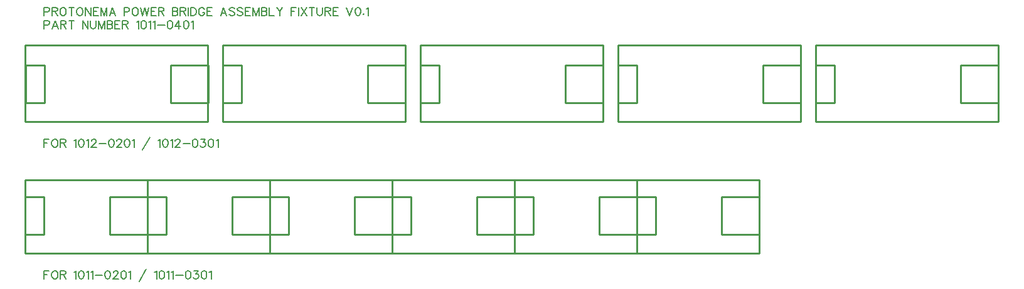
<source format=gto>
G04 Layer: TopSilkscreenLayer*
G04 EasyEDA v6.5.29, 2023-07-09 11:22:14*
G04 16bb6769e9674cb0b1f37b37bddf88b5,5a6b42c53f6a479593ecc07194224c93,10*
G04 Gerber Generator version 0.2*
G04 Scale: 100 percent, Rotated: No, Reflected: No *
G04 Dimensions in millimeters *
G04 leading zeros omitted , absolute positions ,4 integer and 5 decimal *
%FSLAX45Y45*%
%MOMM*%

%ADD10C,0.1524*%
%ADD11C,0.2540*%

%LPD*%
D10*
X762000Y4077708D02*
G01*
X762000Y3968488D01*
X762000Y4077708D02*
G01*
X808736Y4077708D01*
X824229Y4072374D01*
X829563Y4067294D01*
X834644Y4056880D01*
X834644Y4041386D01*
X829563Y4030972D01*
X824229Y4025638D01*
X808736Y4020558D01*
X762000Y4020558D01*
X868934Y4077708D02*
G01*
X868934Y3968488D01*
X868934Y4077708D02*
G01*
X915670Y4077708D01*
X931418Y4072374D01*
X936497Y4067294D01*
X941831Y4056880D01*
X941831Y4046466D01*
X936497Y4036052D01*
X931418Y4030972D01*
X915670Y4025638D01*
X868934Y4025638D01*
X905510Y4025638D02*
G01*
X941831Y3968488D01*
X1007110Y4077708D02*
G01*
X996950Y4072374D01*
X986536Y4062214D01*
X981202Y4051800D01*
X976121Y4036052D01*
X976121Y4010144D01*
X981202Y3994650D01*
X986536Y3984236D01*
X996950Y3973822D01*
X1007110Y3968488D01*
X1027937Y3968488D01*
X1038352Y3973822D01*
X1048765Y3984236D01*
X1054100Y3994650D01*
X1059179Y4010144D01*
X1059179Y4036052D01*
X1054100Y4051800D01*
X1048765Y4062214D01*
X1038352Y4072374D01*
X1027937Y4077708D01*
X1007110Y4077708D01*
X1129792Y4077708D02*
G01*
X1129792Y3968488D01*
X1093470Y4077708D02*
G01*
X1166113Y4077708D01*
X1231645Y4077708D02*
G01*
X1221231Y4072374D01*
X1210818Y4062214D01*
X1205737Y4051800D01*
X1200404Y4036052D01*
X1200404Y4010144D01*
X1205737Y3994650D01*
X1210818Y3984236D01*
X1221231Y3973822D01*
X1231645Y3968488D01*
X1252473Y3968488D01*
X1262887Y3973822D01*
X1273302Y3984236D01*
X1278381Y3994650D01*
X1283715Y4010144D01*
X1283715Y4036052D01*
X1278381Y4051800D01*
X1273302Y4062214D01*
X1262887Y4072374D01*
X1252473Y4077708D01*
X1231645Y4077708D01*
X1318005Y4077708D02*
G01*
X1318005Y3968488D01*
X1318005Y4077708D02*
G01*
X1390650Y3968488D01*
X1390650Y4077708D02*
G01*
X1390650Y3968488D01*
X1424939Y4077708D02*
G01*
X1424939Y3968488D01*
X1424939Y4077708D02*
G01*
X1492504Y4077708D01*
X1424939Y4025638D02*
G01*
X1466595Y4025638D01*
X1424939Y3968488D02*
G01*
X1492504Y3968488D01*
X1526794Y4077708D02*
G01*
X1526794Y3968488D01*
X1526794Y4077708D02*
G01*
X1568450Y3968488D01*
X1609852Y4077708D02*
G01*
X1568450Y3968488D01*
X1609852Y4077708D02*
G01*
X1609852Y3968488D01*
X1685797Y4077708D02*
G01*
X1644142Y3968488D01*
X1685797Y4077708D02*
G01*
X1727200Y3968488D01*
X1659889Y4005064D02*
G01*
X1711705Y4005064D01*
X1841500Y4077708D02*
G01*
X1841500Y3968488D01*
X1841500Y4077708D02*
G01*
X1888489Y4077708D01*
X1903984Y4072374D01*
X1909063Y4067294D01*
X1914397Y4056880D01*
X1914397Y4041386D01*
X1909063Y4030972D01*
X1903984Y4025638D01*
X1888489Y4020558D01*
X1841500Y4020558D01*
X1979929Y4077708D02*
G01*
X1969515Y4072374D01*
X1959102Y4062214D01*
X1953768Y4051800D01*
X1948688Y4036052D01*
X1948688Y4010144D01*
X1953768Y3994650D01*
X1959102Y3984236D01*
X1969515Y3973822D01*
X1979929Y3968488D01*
X2000504Y3968488D01*
X2010918Y3973822D01*
X2021331Y3984236D01*
X2026665Y3994650D01*
X2031745Y4010144D01*
X2031745Y4036052D01*
X2026665Y4051800D01*
X2021331Y4062214D01*
X2010918Y4072374D01*
X2000504Y4077708D01*
X1979929Y4077708D01*
X2066036Y4077708D02*
G01*
X2091943Y3968488D01*
X2118106Y4077708D02*
G01*
X2091943Y3968488D01*
X2118106Y4077708D02*
G01*
X2144013Y3968488D01*
X2169922Y4077708D02*
G01*
X2144013Y3968488D01*
X2204211Y4077708D02*
G01*
X2204211Y3968488D01*
X2204211Y4077708D02*
G01*
X2271775Y4077708D01*
X2204211Y4025638D02*
G01*
X2245868Y4025638D01*
X2204211Y3968488D02*
G01*
X2271775Y3968488D01*
X2306065Y4077708D02*
G01*
X2306065Y3968488D01*
X2306065Y4077708D02*
G01*
X2352802Y4077708D01*
X2368550Y4072374D01*
X2373629Y4067294D01*
X2378709Y4056880D01*
X2378709Y4046466D01*
X2373629Y4036052D01*
X2368550Y4030972D01*
X2352802Y4025638D01*
X2306065Y4025638D01*
X2342388Y4025638D02*
G01*
X2378709Y3968488D01*
X2493009Y4077708D02*
G01*
X2493009Y3968488D01*
X2493009Y4077708D02*
G01*
X2540000Y4077708D01*
X2555493Y4072374D01*
X2560574Y4067294D01*
X2565908Y4056880D01*
X2565908Y4046466D01*
X2560574Y4036052D01*
X2555493Y4030972D01*
X2540000Y4025638D01*
X2493009Y4025638D02*
G01*
X2540000Y4025638D01*
X2555493Y4020558D01*
X2560574Y4015224D01*
X2565908Y4005064D01*
X2565908Y3989316D01*
X2560574Y3978902D01*
X2555493Y3973822D01*
X2540000Y3968488D01*
X2493009Y3968488D01*
X2600197Y4077708D02*
G01*
X2600197Y3968488D01*
X2600197Y4077708D02*
G01*
X2646934Y4077708D01*
X2662427Y4072374D01*
X2667761Y4067294D01*
X2672841Y4056880D01*
X2672841Y4046466D01*
X2667761Y4036052D01*
X2662427Y4030972D01*
X2646934Y4025638D01*
X2600197Y4025638D01*
X2636520Y4025638D02*
G01*
X2672841Y3968488D01*
X2707131Y4077708D02*
G01*
X2707131Y3968488D01*
X2741422Y4077708D02*
G01*
X2741422Y3968488D01*
X2741422Y4077708D02*
G01*
X2777743Y4077708D01*
X2793491Y4072374D01*
X2803906Y4062214D01*
X2808986Y4051800D01*
X2814320Y4036052D01*
X2814320Y4010144D01*
X2808986Y3994650D01*
X2803906Y3984236D01*
X2793491Y3973822D01*
X2777743Y3968488D01*
X2741422Y3968488D01*
X2926334Y4051800D02*
G01*
X2921254Y4062214D01*
X2910840Y4072374D01*
X2900425Y4077708D01*
X2879597Y4077708D01*
X2869184Y4072374D01*
X2858770Y4062214D01*
X2853690Y4051800D01*
X2848609Y4036052D01*
X2848609Y4010144D01*
X2853690Y3994650D01*
X2858770Y3984236D01*
X2869184Y3973822D01*
X2879597Y3968488D01*
X2900425Y3968488D01*
X2910840Y3973822D01*
X2921254Y3984236D01*
X2926334Y3994650D01*
X2926334Y4010144D01*
X2900425Y4010144D02*
G01*
X2926334Y4010144D01*
X2960624Y4077708D02*
G01*
X2960624Y3968488D01*
X2960624Y4077708D02*
G01*
X3028188Y4077708D01*
X2960624Y4025638D02*
G01*
X3002279Y4025638D01*
X2960624Y3968488D02*
G01*
X3028188Y3968488D01*
X3184143Y4077708D02*
G01*
X3142488Y3968488D01*
X3184143Y4077708D02*
G01*
X3225800Y3968488D01*
X3158236Y4005064D02*
G01*
X3210052Y4005064D01*
X3332734Y4062214D02*
G01*
X3322320Y4072374D01*
X3306825Y4077708D01*
X3285997Y4077708D01*
X3270250Y4072374D01*
X3260090Y4062214D01*
X3260090Y4051800D01*
X3265170Y4041386D01*
X3270250Y4036052D01*
X3280663Y4030972D01*
X3311906Y4020558D01*
X3322320Y4015224D01*
X3327400Y4010144D01*
X3332734Y3999730D01*
X3332734Y3984236D01*
X3322320Y3973822D01*
X3306825Y3968488D01*
X3285997Y3968488D01*
X3270250Y3973822D01*
X3260090Y3984236D01*
X3439668Y4062214D02*
G01*
X3429254Y4072374D01*
X3413759Y4077708D01*
X3392931Y4077708D01*
X3377438Y4072374D01*
X3367024Y4062214D01*
X3367024Y4051800D01*
X3372104Y4041386D01*
X3377438Y4036052D01*
X3387852Y4030972D01*
X3418840Y4020558D01*
X3429254Y4015224D01*
X3434588Y4010144D01*
X3439668Y3999730D01*
X3439668Y3984236D01*
X3429254Y3973822D01*
X3413759Y3968488D01*
X3392931Y3968488D01*
X3377438Y3973822D01*
X3367024Y3984236D01*
X3473958Y4077708D02*
G01*
X3473958Y3968488D01*
X3473958Y4077708D02*
G01*
X3541522Y4077708D01*
X3473958Y4025638D02*
G01*
X3515613Y4025638D01*
X3473958Y3968488D02*
G01*
X3541522Y3968488D01*
X3575811Y4077708D02*
G01*
X3575811Y3968488D01*
X3575811Y4077708D02*
G01*
X3617468Y3968488D01*
X3658870Y4077708D02*
G01*
X3617468Y3968488D01*
X3658870Y4077708D02*
G01*
X3658870Y3968488D01*
X3693159Y4077708D02*
G01*
X3693159Y3968488D01*
X3693159Y4077708D02*
G01*
X3740150Y4077708D01*
X3755643Y4072374D01*
X3760724Y4067294D01*
X3766058Y4056880D01*
X3766058Y4046466D01*
X3760724Y4036052D01*
X3755643Y4030972D01*
X3740150Y4025638D01*
X3693159Y4025638D02*
G01*
X3740150Y4025638D01*
X3755643Y4020558D01*
X3760724Y4015224D01*
X3766058Y4005064D01*
X3766058Y3989316D01*
X3760724Y3978902D01*
X3755643Y3973822D01*
X3740150Y3968488D01*
X3693159Y3968488D01*
X3800347Y4077708D02*
G01*
X3800347Y3968488D01*
X3800347Y3968488D02*
G01*
X3862577Y3968488D01*
X3896868Y4077708D02*
G01*
X3938524Y4025638D01*
X3938524Y3968488D01*
X3980179Y4077708D02*
G01*
X3938524Y4025638D01*
X4094479Y4077708D02*
G01*
X4094479Y3968488D01*
X4094479Y4077708D02*
G01*
X4161790Y4077708D01*
X4094479Y4025638D02*
G01*
X4135881Y4025638D01*
X4196079Y4077708D02*
G01*
X4196079Y3968488D01*
X4230370Y4077708D02*
G01*
X4303268Y3968488D01*
X4303268Y4077708D02*
G01*
X4230370Y3968488D01*
X4373879Y4077708D02*
G01*
X4373879Y3968488D01*
X4337558Y4077708D02*
G01*
X4410202Y4077708D01*
X4444491Y4077708D02*
G01*
X4444491Y3999730D01*
X4449825Y3984236D01*
X4460240Y3973822D01*
X4475734Y3968488D01*
X4486147Y3968488D01*
X4501641Y3973822D01*
X4512056Y3984236D01*
X4517390Y3999730D01*
X4517390Y4077708D01*
X4551679Y4077708D02*
G01*
X4551679Y3968488D01*
X4551679Y4077708D02*
G01*
X4598415Y4077708D01*
X4613909Y4072374D01*
X4618990Y4067294D01*
X4624324Y4056880D01*
X4624324Y4046466D01*
X4618990Y4036052D01*
X4613909Y4030972D01*
X4598415Y4025638D01*
X4551679Y4025638D01*
X4588002Y4025638D02*
G01*
X4624324Y3968488D01*
X4658613Y4077708D02*
G01*
X4658613Y3968488D01*
X4658613Y4077708D02*
G01*
X4726177Y4077708D01*
X4658613Y4025638D02*
G01*
X4700270Y4025638D01*
X4658613Y3968488D02*
G01*
X4726177Y3968488D01*
X4840477Y4077708D02*
G01*
X4881879Y3968488D01*
X4923536Y4077708D02*
G01*
X4881879Y3968488D01*
X4989068Y4077708D02*
G01*
X4973320Y4072374D01*
X4963159Y4056880D01*
X4957825Y4030972D01*
X4957825Y4015224D01*
X4963159Y3989316D01*
X4973320Y3973822D01*
X4989068Y3968488D01*
X4999481Y3968488D01*
X5014975Y3973822D01*
X5025390Y3989316D01*
X5030470Y4015224D01*
X5030470Y4030972D01*
X5025390Y4056880D01*
X5014975Y4072374D01*
X4999481Y4077708D01*
X4989068Y4077708D01*
X5070093Y3994650D02*
G01*
X5064759Y3989316D01*
X5070093Y3984236D01*
X5075174Y3989316D01*
X5070093Y3994650D01*
X5109463Y4056880D02*
G01*
X5119877Y4062214D01*
X5135625Y4077708D01*
X5135625Y3968488D01*
X762000Y3899908D02*
G01*
X762000Y3790688D01*
X762000Y3899908D02*
G01*
X808736Y3899908D01*
X824229Y3894574D01*
X829563Y3889494D01*
X834644Y3879080D01*
X834644Y3863586D01*
X829563Y3853172D01*
X824229Y3847838D01*
X808736Y3842758D01*
X762000Y3842758D01*
X910589Y3899908D02*
G01*
X868934Y3790688D01*
X910589Y3899908D02*
G01*
X952245Y3790688D01*
X884681Y3827264D02*
G01*
X936497Y3827264D01*
X986536Y3899908D02*
G01*
X986536Y3790688D01*
X986536Y3899908D02*
G01*
X1033271Y3899908D01*
X1048765Y3894574D01*
X1054100Y3889494D01*
X1059179Y3879080D01*
X1059179Y3868666D01*
X1054100Y3858252D01*
X1048765Y3853172D01*
X1033271Y3847838D01*
X986536Y3847838D01*
X1022857Y3847838D02*
G01*
X1059179Y3790688D01*
X1129792Y3899908D02*
G01*
X1129792Y3790688D01*
X1093470Y3899908D02*
G01*
X1166113Y3899908D01*
X1280413Y3899908D02*
G01*
X1280413Y3790688D01*
X1280413Y3899908D02*
G01*
X1353312Y3790688D01*
X1353312Y3899908D02*
G01*
X1353312Y3790688D01*
X1387602Y3899908D02*
G01*
X1387602Y3821930D01*
X1392681Y3806436D01*
X1403095Y3796022D01*
X1418589Y3790688D01*
X1429004Y3790688D01*
X1444752Y3796022D01*
X1455165Y3806436D01*
X1460245Y3821930D01*
X1460245Y3899908D01*
X1494536Y3899908D02*
G01*
X1494536Y3790688D01*
X1494536Y3899908D02*
G01*
X1536192Y3790688D01*
X1577594Y3899908D02*
G01*
X1536192Y3790688D01*
X1577594Y3899908D02*
G01*
X1577594Y3790688D01*
X1611884Y3899908D02*
G01*
X1611884Y3790688D01*
X1611884Y3899908D02*
G01*
X1658620Y3899908D01*
X1674368Y3894574D01*
X1679447Y3889494D01*
X1684781Y3879080D01*
X1684781Y3868666D01*
X1679447Y3858252D01*
X1674368Y3853172D01*
X1658620Y3847838D01*
X1611884Y3847838D02*
G01*
X1658620Y3847838D01*
X1674368Y3842758D01*
X1679447Y3837424D01*
X1684781Y3827264D01*
X1684781Y3811516D01*
X1679447Y3801102D01*
X1674368Y3796022D01*
X1658620Y3790688D01*
X1611884Y3790688D01*
X1719071Y3899908D02*
G01*
X1719071Y3790688D01*
X1719071Y3899908D02*
G01*
X1786636Y3899908D01*
X1719071Y3847838D02*
G01*
X1760473Y3847838D01*
X1719071Y3790688D02*
G01*
X1786636Y3790688D01*
X1820926Y3899908D02*
G01*
X1820926Y3790688D01*
X1820926Y3899908D02*
G01*
X1867662Y3899908D01*
X1883155Y3894574D01*
X1888489Y3889494D01*
X1893570Y3879080D01*
X1893570Y3868666D01*
X1888489Y3858252D01*
X1883155Y3853172D01*
X1867662Y3847838D01*
X1820926Y3847838D01*
X1857247Y3847838D02*
G01*
X1893570Y3790688D01*
X2007870Y3879080D02*
G01*
X2018284Y3884414D01*
X2033777Y3899908D01*
X2033777Y3790688D01*
X2099309Y3899908D02*
G01*
X2083815Y3894574D01*
X2073402Y3879080D01*
X2068068Y3853172D01*
X2068068Y3837424D01*
X2073402Y3811516D01*
X2083815Y3796022D01*
X2099309Y3790688D01*
X2109724Y3790688D01*
X2125218Y3796022D01*
X2135631Y3811516D01*
X2140965Y3837424D01*
X2140965Y3853172D01*
X2135631Y3879080D01*
X2125218Y3894574D01*
X2109724Y3899908D01*
X2099309Y3899908D01*
X2175256Y3879080D02*
G01*
X2185670Y3884414D01*
X2201163Y3899908D01*
X2201163Y3790688D01*
X2235454Y3879080D02*
G01*
X2245868Y3884414D01*
X2261361Y3899908D01*
X2261361Y3790688D01*
X2295652Y3837424D02*
G01*
X2389124Y3837424D01*
X2454656Y3899908D02*
G01*
X2439161Y3894574D01*
X2428747Y3879080D01*
X2423413Y3853172D01*
X2423413Y3837424D01*
X2428747Y3811516D01*
X2439161Y3796022D01*
X2454656Y3790688D01*
X2465070Y3790688D01*
X2480563Y3796022D01*
X2490977Y3811516D01*
X2496311Y3837424D01*
X2496311Y3853172D01*
X2490977Y3879080D01*
X2480563Y3894574D01*
X2465070Y3899908D01*
X2454656Y3899908D01*
X2582418Y3899908D02*
G01*
X2530602Y3827264D01*
X2608579Y3827264D01*
X2582418Y3899908D02*
G01*
X2582418Y3790688D01*
X2673858Y3899908D02*
G01*
X2658363Y3894574D01*
X2647950Y3879080D01*
X2642870Y3853172D01*
X2642870Y3837424D01*
X2647950Y3811516D01*
X2658363Y3796022D01*
X2673858Y3790688D01*
X2684272Y3790688D01*
X2700020Y3796022D01*
X2710179Y3811516D01*
X2715513Y3837424D01*
X2715513Y3853172D01*
X2710179Y3879080D01*
X2700020Y3894574D01*
X2684272Y3899908D01*
X2673858Y3899908D01*
X2749804Y3879080D02*
G01*
X2760218Y3884414D01*
X2775711Y3899908D01*
X2775711Y3790688D01*
X762000Y2299708D02*
G01*
X762000Y2190488D01*
X762000Y2299708D02*
G01*
X829563Y2299708D01*
X762000Y2247638D02*
G01*
X803655Y2247638D01*
X895095Y2299708D02*
G01*
X884681Y2294628D01*
X874268Y2284214D01*
X868934Y2273800D01*
X863854Y2258052D01*
X863854Y2232144D01*
X868934Y2216650D01*
X874268Y2206236D01*
X884681Y2195822D01*
X895095Y2190488D01*
X915670Y2190488D01*
X926084Y2195822D01*
X936497Y2206236D01*
X941831Y2216650D01*
X946912Y2232144D01*
X946912Y2258052D01*
X941831Y2273800D01*
X936497Y2284214D01*
X926084Y2294628D01*
X915670Y2299708D01*
X895095Y2299708D01*
X981202Y2299708D02*
G01*
X981202Y2190488D01*
X981202Y2299708D02*
G01*
X1027937Y2299708D01*
X1043686Y2294628D01*
X1048765Y2289294D01*
X1054100Y2278880D01*
X1054100Y2268466D01*
X1048765Y2258052D01*
X1043686Y2252972D01*
X1027937Y2247638D01*
X981202Y2247638D01*
X1017523Y2247638D02*
G01*
X1054100Y2190488D01*
X1168400Y2278880D02*
G01*
X1178560Y2284214D01*
X1194307Y2299708D01*
X1194307Y2190488D01*
X1259839Y2299708D02*
G01*
X1244092Y2294628D01*
X1233678Y2278880D01*
X1228597Y2252972D01*
X1228597Y2237478D01*
X1233678Y2211316D01*
X1244092Y2195822D01*
X1259839Y2190488D01*
X1270000Y2190488D01*
X1285747Y2195822D01*
X1296162Y2211316D01*
X1301242Y2237478D01*
X1301242Y2252972D01*
X1296162Y2278880D01*
X1285747Y2294628D01*
X1270000Y2299708D01*
X1259839Y2299708D01*
X1335531Y2278880D02*
G01*
X1345945Y2284214D01*
X1361439Y2299708D01*
X1361439Y2190488D01*
X1401063Y2273800D02*
G01*
X1401063Y2278880D01*
X1406144Y2289294D01*
X1411478Y2294628D01*
X1421892Y2299708D01*
X1442720Y2299708D01*
X1452879Y2294628D01*
X1458213Y2289294D01*
X1463294Y2278880D01*
X1463294Y2268466D01*
X1458213Y2258052D01*
X1447800Y2242558D01*
X1395729Y2190488D01*
X1468628Y2190488D01*
X1502918Y2237478D02*
G01*
X1596389Y2237478D01*
X1661921Y2299708D02*
G01*
X1646173Y2294628D01*
X1635760Y2278880D01*
X1630679Y2252972D01*
X1630679Y2237478D01*
X1635760Y2211316D01*
X1646173Y2195822D01*
X1661921Y2190488D01*
X1672336Y2190488D01*
X1687829Y2195822D01*
X1698244Y2211316D01*
X1703323Y2237478D01*
X1703323Y2252972D01*
X1698244Y2278880D01*
X1687829Y2294628D01*
X1672336Y2299708D01*
X1661921Y2299708D01*
X1742947Y2273800D02*
G01*
X1742947Y2278880D01*
X1748028Y2289294D01*
X1753362Y2294628D01*
X1763776Y2299708D01*
X1784350Y2299708D01*
X1794763Y2294628D01*
X1800097Y2289294D01*
X1805178Y2278880D01*
X1805178Y2268466D01*
X1800097Y2258052D01*
X1789684Y2242558D01*
X1737613Y2190488D01*
X1810512Y2190488D01*
X1875789Y2299708D02*
G01*
X1860295Y2294628D01*
X1849881Y2278880D01*
X1844802Y2252972D01*
X1844802Y2237478D01*
X1849881Y2211316D01*
X1860295Y2195822D01*
X1875789Y2190488D01*
X1886204Y2190488D01*
X1901952Y2195822D01*
X1912365Y2211316D01*
X1917445Y2237478D01*
X1917445Y2252972D01*
X1912365Y2278880D01*
X1901952Y2294628D01*
X1886204Y2299708D01*
X1875789Y2299708D01*
X1951736Y2278880D02*
G01*
X1962150Y2284214D01*
X1977643Y2299708D01*
X1977643Y2190488D01*
X2185670Y2320536D02*
G01*
X2091943Y2154166D01*
X2299970Y2278880D02*
G01*
X2310129Y2284214D01*
X2325877Y2299708D01*
X2325877Y2190488D01*
X2391409Y2299708D02*
G01*
X2375661Y2294628D01*
X2365247Y2278880D01*
X2360168Y2252972D01*
X2360168Y2237478D01*
X2365247Y2211316D01*
X2375661Y2195822D01*
X2391409Y2190488D01*
X2401570Y2190488D01*
X2417318Y2195822D01*
X2427731Y2211316D01*
X2432811Y2237478D01*
X2432811Y2252972D01*
X2427731Y2278880D01*
X2417318Y2294628D01*
X2401570Y2299708D01*
X2391409Y2299708D01*
X2467102Y2278880D02*
G01*
X2477515Y2284214D01*
X2493009Y2299708D01*
X2493009Y2190488D01*
X2532634Y2273800D02*
G01*
X2532634Y2278880D01*
X2537713Y2289294D01*
X2543047Y2294628D01*
X2553461Y2299708D01*
X2574290Y2299708D01*
X2584450Y2294628D01*
X2589784Y2289294D01*
X2594863Y2278880D01*
X2594863Y2268466D01*
X2589784Y2258052D01*
X2579370Y2242558D01*
X2527300Y2190488D01*
X2600197Y2190488D01*
X2634488Y2237478D02*
G01*
X2727959Y2237478D01*
X2793491Y2299708D02*
G01*
X2777743Y2294628D01*
X2767329Y2278880D01*
X2762250Y2252972D01*
X2762250Y2237478D01*
X2767329Y2211316D01*
X2777743Y2195822D01*
X2793491Y2190488D01*
X2803906Y2190488D01*
X2819400Y2195822D01*
X2829813Y2211316D01*
X2834893Y2237478D01*
X2834893Y2252972D01*
X2829813Y2278880D01*
X2819400Y2294628D01*
X2803906Y2299708D01*
X2793491Y2299708D01*
X2879597Y2299708D02*
G01*
X2936747Y2299708D01*
X2905759Y2258052D01*
X2921254Y2258052D01*
X2931668Y2252972D01*
X2936747Y2247638D01*
X2942081Y2232144D01*
X2942081Y2221730D01*
X2936747Y2206236D01*
X2926334Y2195822D01*
X2910840Y2190488D01*
X2895345Y2190488D01*
X2879597Y2195822D01*
X2874518Y2200902D01*
X2869184Y2211316D01*
X3007359Y2299708D02*
G01*
X2991865Y2294628D01*
X2981452Y2278880D01*
X2976372Y2252972D01*
X2976372Y2237478D01*
X2981452Y2211316D01*
X2991865Y2195822D01*
X3007359Y2190488D01*
X3017774Y2190488D01*
X3033522Y2195822D01*
X3043936Y2211316D01*
X3049015Y2237478D01*
X3049015Y2252972D01*
X3043936Y2278880D01*
X3033522Y2294628D01*
X3017774Y2299708D01*
X3007359Y2299708D01*
X3083306Y2278880D02*
G01*
X3093720Y2284214D01*
X3109213Y2299708D01*
X3109213Y2190488D01*
X762000Y521708D02*
G01*
X762000Y412742D01*
X762000Y521708D02*
G01*
X829563Y521708D01*
X762000Y469892D02*
G01*
X803655Y469892D01*
X895095Y521708D02*
G01*
X884681Y516628D01*
X874268Y506214D01*
X868934Y495800D01*
X863854Y480052D01*
X863854Y454144D01*
X868934Y438650D01*
X874268Y428236D01*
X884681Y417822D01*
X895095Y412742D01*
X915670Y412742D01*
X926084Y417822D01*
X936497Y428236D01*
X941831Y438650D01*
X946912Y454144D01*
X946912Y480052D01*
X941831Y495800D01*
X936497Y506214D01*
X926084Y516628D01*
X915670Y521708D01*
X895095Y521708D01*
X981202Y521708D02*
G01*
X981202Y412742D01*
X981202Y521708D02*
G01*
X1027937Y521708D01*
X1043686Y516628D01*
X1048765Y511294D01*
X1054100Y500880D01*
X1054100Y490466D01*
X1048765Y480052D01*
X1043686Y474972D01*
X1027937Y469892D01*
X981202Y469892D01*
X1017523Y469892D02*
G01*
X1054100Y412742D01*
X1168400Y500880D02*
G01*
X1178560Y506214D01*
X1194307Y521708D01*
X1194307Y412742D01*
X1259839Y521708D02*
G01*
X1244092Y516628D01*
X1233678Y500880D01*
X1228597Y474972D01*
X1228597Y459478D01*
X1233678Y433316D01*
X1244092Y417822D01*
X1259839Y412742D01*
X1270000Y412742D01*
X1285747Y417822D01*
X1296162Y433316D01*
X1301242Y459478D01*
X1301242Y474972D01*
X1296162Y500880D01*
X1285747Y516628D01*
X1270000Y521708D01*
X1259839Y521708D01*
X1335531Y500880D02*
G01*
X1345945Y506214D01*
X1361439Y521708D01*
X1361439Y412742D01*
X1395729Y500880D02*
G01*
X1406144Y506214D01*
X1421892Y521708D01*
X1421892Y412742D01*
X1456181Y459478D02*
G01*
X1549654Y459478D01*
X1615186Y521708D02*
G01*
X1599437Y516628D01*
X1589023Y500880D01*
X1583944Y474972D01*
X1583944Y459478D01*
X1589023Y433316D01*
X1599437Y417822D01*
X1615186Y412742D01*
X1625600Y412742D01*
X1641094Y417822D01*
X1651507Y433316D01*
X1656587Y459478D01*
X1656587Y474972D01*
X1651507Y500880D01*
X1641094Y516628D01*
X1625600Y521708D01*
X1615186Y521708D01*
X1696212Y495800D02*
G01*
X1696212Y500880D01*
X1701292Y511294D01*
X1706626Y516628D01*
X1717039Y521708D01*
X1737613Y521708D01*
X1748028Y516628D01*
X1753362Y511294D01*
X1758442Y500880D01*
X1758442Y490466D01*
X1753362Y480052D01*
X1742947Y464558D01*
X1690878Y412742D01*
X1763776Y412742D01*
X1829054Y521708D02*
G01*
X1813560Y516628D01*
X1803145Y500880D01*
X1798065Y474972D01*
X1798065Y459478D01*
X1803145Y433316D01*
X1813560Y417822D01*
X1829054Y412742D01*
X1839468Y412742D01*
X1855215Y417822D01*
X1865629Y433316D01*
X1870710Y459478D01*
X1870710Y474972D01*
X1865629Y500880D01*
X1855215Y516628D01*
X1839468Y521708D01*
X1829054Y521708D01*
X1905000Y500880D02*
G01*
X1915413Y506214D01*
X1930908Y521708D01*
X1930908Y412742D01*
X2138679Y542536D02*
G01*
X2045208Y376166D01*
X2252979Y500880D02*
G01*
X2263393Y506214D01*
X2279141Y521708D01*
X2279141Y412742D01*
X2344420Y521708D02*
G01*
X2328925Y516628D01*
X2318511Y500880D01*
X2313431Y474972D01*
X2313431Y459478D01*
X2318511Y433316D01*
X2328925Y417822D01*
X2344420Y412742D01*
X2354834Y412742D01*
X2370581Y417822D01*
X2380995Y433316D01*
X2386075Y459478D01*
X2386075Y474972D01*
X2380995Y500880D01*
X2370581Y516628D01*
X2354834Y521708D01*
X2344420Y521708D01*
X2420365Y500880D02*
G01*
X2430779Y506214D01*
X2446274Y521708D01*
X2446274Y412742D01*
X2480563Y500880D02*
G01*
X2490977Y506214D01*
X2506725Y521708D01*
X2506725Y412742D01*
X2541015Y459478D02*
G01*
X2634488Y459478D01*
X2700020Y521708D02*
G01*
X2684272Y516628D01*
X2673858Y500880D01*
X2668777Y474972D01*
X2668777Y459478D01*
X2673858Y433316D01*
X2684272Y417822D01*
X2700020Y412742D01*
X2710179Y412742D01*
X2725927Y417822D01*
X2736341Y433316D01*
X2741422Y459478D01*
X2741422Y474972D01*
X2736341Y500880D01*
X2725927Y516628D01*
X2710179Y521708D01*
X2700020Y521708D01*
X2786125Y521708D02*
G01*
X2843275Y521708D01*
X2812034Y480052D01*
X2827781Y480052D01*
X2838195Y474972D01*
X2843275Y469892D01*
X2848609Y454144D01*
X2848609Y443730D01*
X2843275Y428236D01*
X2832861Y417822D01*
X2817368Y412742D01*
X2801620Y412742D01*
X2786125Y417822D01*
X2781045Y422902D01*
X2775711Y433316D01*
X2913888Y521708D02*
G01*
X2898393Y516628D01*
X2887979Y500880D01*
X2882900Y474972D01*
X2882900Y459478D01*
X2887979Y433316D01*
X2898393Y417822D01*
X2913888Y412742D01*
X2924302Y412742D01*
X2940050Y417822D01*
X2950209Y433316D01*
X2955543Y459478D01*
X2955543Y474972D01*
X2950209Y500880D01*
X2940050Y516628D01*
X2924302Y521708D01*
X2913888Y521708D01*
X2989834Y500880D02*
G01*
X3000247Y506214D01*
X3015741Y521708D01*
X3015741Y412742D01*
D11*
X511200Y3301974D02*
G01*
X765200Y3301974D01*
X765200Y2793974D01*
X511200Y2793974D01*
X511200Y3301974D01*
X2467000Y3301974D02*
G01*
X2975000Y3301974D01*
X2975000Y2793974D01*
X2467000Y2793974D01*
X2467000Y3301974D01*
X5130800Y3301974D02*
G01*
X5638800Y3301974D01*
X5638800Y2793974D01*
X5130800Y2793974D01*
X5130800Y3301974D01*
X3175000Y3301974D02*
G01*
X3429000Y3301974D01*
X3429000Y2793974D01*
X3175000Y2793974D01*
X3175000Y3301974D01*
X5841974Y3301974D02*
G01*
X6095974Y3301974D01*
X6095974Y2793974D01*
X5841974Y2793974D01*
X5841974Y3301974D01*
X7797774Y3301974D02*
G01*
X8305774Y3301974D01*
X8305774Y2793974D01*
X7797774Y2793974D01*
X7797774Y3301974D01*
X10464774Y3301974D02*
G01*
X10972774Y3301974D01*
X10972774Y2793974D01*
X10464774Y2793974D01*
X10464774Y3301974D01*
X8508974Y3301974D02*
G01*
X8762974Y3301974D01*
X8762974Y2793974D01*
X8508974Y2793974D01*
X8508974Y3301974D01*
X13131774Y3301974D02*
G01*
X13639774Y3301974D01*
X13639774Y2793974D01*
X13131774Y2793974D01*
X13131774Y3301974D01*
X11175974Y3301974D02*
G01*
X11429974Y3301974D01*
X11429974Y2793974D01*
X11175974Y2793974D01*
X11175974Y3301974D01*
X508000Y3568674D02*
G01*
X2971800Y3568674D01*
X2971800Y2539974D01*
X508000Y2539974D01*
X508000Y3568674D01*
X3171799Y3568674D02*
G01*
X5635599Y3568674D01*
X5635599Y2539974D01*
X3171799Y2539974D01*
X3171799Y3568674D01*
X5838799Y3568674D02*
G01*
X8302599Y3568674D01*
X8302599Y2539974D01*
X5838799Y2539974D01*
X5838799Y3568674D01*
X8505774Y3568674D02*
G01*
X10969574Y3568674D01*
X10969574Y2539974D01*
X8505774Y2539974D01*
X8505774Y3568674D01*
X11172774Y3568674D02*
G01*
X13636574Y3568674D01*
X13636574Y2539974D01*
X11172774Y2539974D01*
X11172774Y3568674D01*
X508000Y1523974D02*
G01*
X762000Y1523974D01*
X762000Y1015974D01*
X508000Y1015974D01*
X508000Y1523974D01*
X1651000Y1523974D02*
G01*
X2159000Y1523974D01*
X2159000Y1015974D01*
X1651000Y1015974D01*
X1651000Y1523974D01*
X3302000Y1523974D02*
G01*
X3810000Y1523974D01*
X3810000Y1015974D01*
X3302000Y1015974D01*
X3302000Y1523974D01*
X2159000Y1523974D02*
G01*
X2413000Y1523974D01*
X2413000Y1015974D01*
X2159000Y1015974D01*
X2159000Y1523974D01*
X4953000Y1523974D02*
G01*
X5461000Y1523974D01*
X5461000Y1015974D01*
X4953000Y1015974D01*
X4953000Y1523974D01*
X3810000Y1523974D02*
G01*
X4064000Y1523974D01*
X4064000Y1015974D01*
X3810000Y1015974D01*
X3810000Y1523974D01*
X6604000Y1523974D02*
G01*
X7112000Y1523974D01*
X7112000Y1015974D01*
X6604000Y1015974D01*
X6604000Y1523974D01*
X5461000Y1523974D02*
G01*
X5715000Y1523974D01*
X5715000Y1015974D01*
X5461000Y1015974D01*
X5461000Y1523974D01*
X8254974Y1523974D02*
G01*
X8762974Y1523974D01*
X8762974Y1015974D01*
X8254974Y1015974D01*
X8254974Y1523974D01*
X7111974Y1523974D02*
G01*
X7365974Y1523974D01*
X7365974Y1015974D01*
X7111974Y1015974D01*
X7111974Y1523974D01*
X9905974Y1523974D02*
G01*
X10413974Y1523974D01*
X10413974Y1015974D01*
X9905974Y1015974D01*
X9905974Y1523974D01*
X8762974Y1523974D02*
G01*
X9016974Y1523974D01*
X9016974Y1015974D01*
X8762974Y1015974D01*
X8762974Y1523974D01*
X508000Y1752574D02*
G01*
X2159000Y1752574D01*
X2159000Y761974D01*
X508000Y761974D01*
X508000Y1752574D01*
X2159000Y1752574D02*
G01*
X3810000Y1752574D01*
X3810000Y761974D01*
X2159000Y761974D01*
X2159000Y1752574D01*
X3810000Y1752574D02*
G01*
X5461000Y1752574D01*
X5461000Y761974D01*
X3810000Y761974D01*
X3810000Y1752574D01*
X5461000Y1752574D02*
G01*
X7112000Y1752574D01*
X7112000Y761974D01*
X5461000Y761974D01*
X5461000Y1752574D01*
X7111974Y1752574D02*
G01*
X8762974Y1752574D01*
X8762974Y761974D01*
X7111974Y761974D01*
X7111974Y1752574D01*
X8762974Y1752574D02*
G01*
X10413974Y1752574D01*
X10413974Y761974D01*
X8762974Y761974D01*
X8762974Y1752574D01*
M02*

</source>
